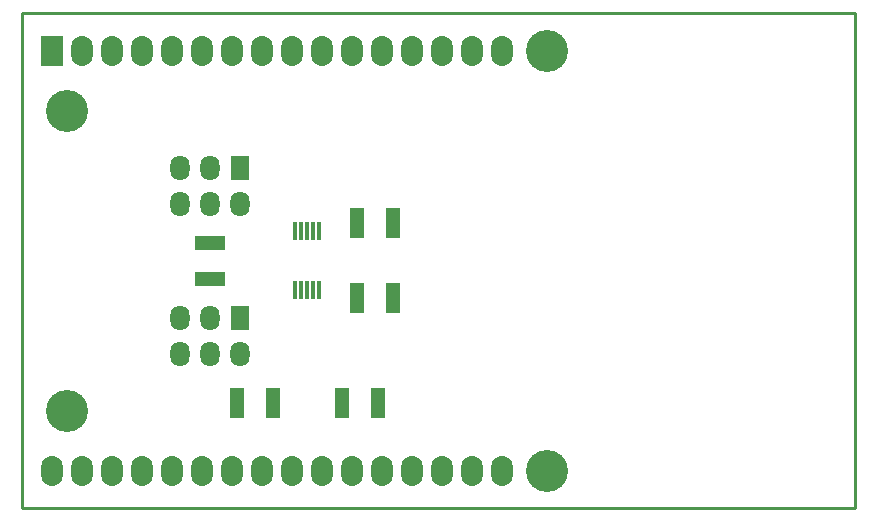
<source format=gbs>
%TF.GenerationSoftware,KiCad,Pcbnew,no-vcs-found-427e5ec~60~ubuntu16.04.1*%
%TF.CreationDate,2017-09-22T15:23:26-04:00*%
%TF.ProjectId,i2c_interface_3x2,6932635F696E746572666163655F3378,1.0*%
%TF.SameCoordinates,Original*%
%TF.FileFunction,Soldermask,Bot*%
%TF.FilePolarity,Negative*%
%FSLAX46Y46*%
G04 Gerber Fmt 4.6, Leading zero omitted, Abs format (unit mm)*
G04 Created by KiCad (PCBNEW no-vcs-found-427e5ec~60~ubuntu16.04.1) date Fri Sep 22 15:23:26 2017*
%MOMM*%
%LPD*%
G01*
G04 APERTURE LIST*
%ADD10C,0.228600*%
%ADD11C,3.556000*%
%ADD12O,1.854200X2.540000*%
%ADD13R,1.854200X2.540000*%
%ADD14R,1.270000X2.540000*%
%ADD15R,2.540000X1.270000*%
%ADD16O,1.625600X2.133600*%
%ADD17R,1.625600X2.133600*%
%ADD18R,0.400000X1.580000*%
G04 APERTURE END LIST*
D10*
X156210000Y-67945000D02*
X85725000Y-67945000D01*
X156210000Y-109855000D02*
X156210000Y-67945000D01*
X85725000Y-109855000D02*
X156210000Y-109855000D01*
X85725000Y-67945000D02*
X85725000Y-109855000D01*
D11*
%TO.C,MDB1*%
X130175000Y-71120000D03*
X130175000Y-106680000D03*
X89535000Y-101600000D03*
X89535000Y-76200000D03*
D12*
X88265000Y-106680000D03*
X90805000Y-106680000D03*
X93345000Y-106680000D03*
X95885000Y-106680000D03*
X98425000Y-106680000D03*
X100965000Y-106680000D03*
X103505000Y-106680000D03*
X106045000Y-106680000D03*
X108585000Y-106680000D03*
X111125000Y-106680000D03*
X113665000Y-106680000D03*
X116205000Y-106680000D03*
X118745000Y-106680000D03*
X121285000Y-106680000D03*
X123825000Y-106680000D03*
X126365000Y-106680000D03*
X126365000Y-71120000D03*
X123825000Y-71120000D03*
X121285000Y-71120000D03*
X118745000Y-71120000D03*
X116205000Y-71120000D03*
X113665000Y-71120000D03*
X111125000Y-71120000D03*
X108585000Y-71120000D03*
X106045000Y-71120000D03*
X103505000Y-71120000D03*
X100965000Y-71120000D03*
X98425000Y-71120000D03*
X95885000Y-71120000D03*
D13*
X88265000Y-71120000D03*
D12*
X93345000Y-71120000D03*
X90805000Y-71120000D03*
%TD*%
D14*
%TO.C,C1*%
X114046000Y-92075000D03*
X117094000Y-92075000D03*
%TD*%
%TO.C,C2*%
X117094000Y-85725000D03*
X114046000Y-85725000D03*
%TD*%
D15*
%TO.C,C3*%
X101600000Y-90424000D03*
X101600000Y-87376000D03*
%TD*%
D16*
%TO.C,P1*%
X99060000Y-84074000D03*
X99060000Y-81026000D03*
X101600000Y-84074000D03*
X101600000Y-81026000D03*
X104140000Y-84074000D03*
D17*
X104140000Y-81026000D03*
%TD*%
%TO.C,P2*%
X104140000Y-93726000D03*
D16*
X104140000Y-96774000D03*
X101600000Y-93726000D03*
X101600000Y-96774000D03*
X99060000Y-93726000D03*
X99060000Y-96774000D03*
%TD*%
D14*
%TO.C,R1*%
X115824000Y-100965000D03*
X112776000Y-100965000D03*
%TD*%
%TO.C,R2*%
X106934000Y-100965000D03*
X103886000Y-100965000D03*
%TD*%
D18*
%TO.C,U1*%
X110855000Y-91400000D03*
X110355000Y-91400000D03*
X109855000Y-91400000D03*
X109355000Y-91400000D03*
X108855000Y-91400000D03*
X108855000Y-86400000D03*
X109355000Y-86400000D03*
X109855000Y-86400000D03*
X110355000Y-86400000D03*
X110855000Y-86400000D03*
%TD*%
M02*

</source>
